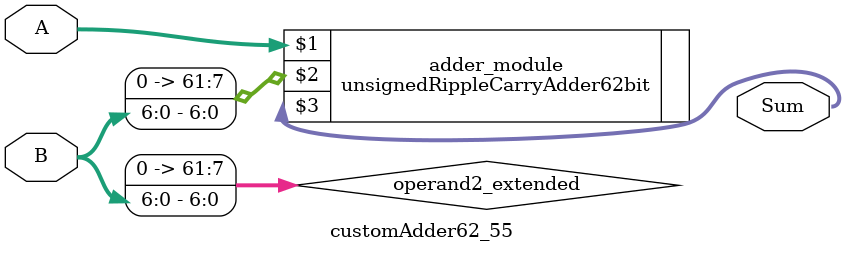
<source format=v>
module customAdder62_55(
                        input [61 : 0] A,
                        input [6 : 0] B,
                        
                        output [62 : 0] Sum
                );

        wire [61 : 0] operand2_extended;
        
        assign operand2_extended =  {55'b0, B};
        
        unsignedRippleCarryAdder62bit adder_module(
            A,
            operand2_extended,
            Sum
        );
        
        endmodule
        
</source>
